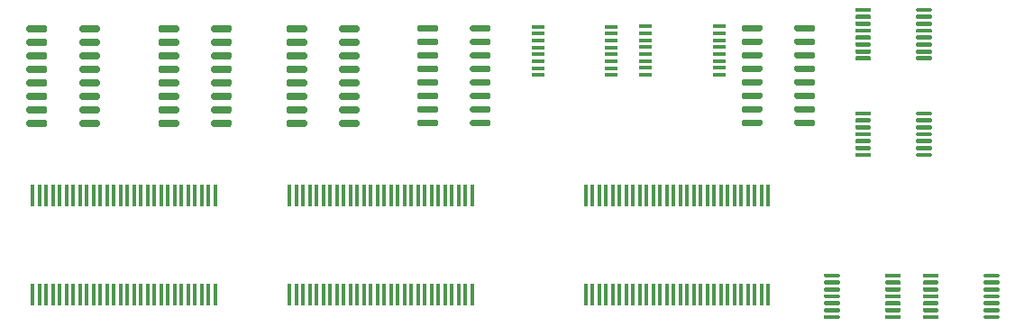
<source format=gtp>
G04 #@! TF.GenerationSoftware,KiCad,Pcbnew,(5.1.12-1-10_14)*
G04 #@! TF.CreationDate,2023-11-15T20:51:55-07:00*
G04 #@! TF.ProjectId,GenMemBlock,47656e4d-656d-4426-9c6f-636b2e6b6963,rev?*
G04 #@! TF.SameCoordinates,Original*
G04 #@! TF.FileFunction,Paste,Top*
G04 #@! TF.FilePolarity,Positive*
%FSLAX46Y46*%
G04 Gerber Fmt 4.6, Leading zero omitted, Abs format (unit mm)*
G04 Created by KiCad (PCBNEW (5.1.12-1-10_14)) date 2023-11-15 20:51:55*
%MOMM*%
%LPD*%
G01*
G04 APERTURE LIST*
%ADD10R,1.200000X0.400000*%
%ADD11R,0.406400X2.044700*%
G04 APERTURE END LIST*
G36*
G01*
X117822000Y-81899000D02*
X117822000Y-81699000D01*
G75*
G02*
X117922000Y-81599000I100000J0D01*
G01*
X119197000Y-81599000D01*
G75*
G02*
X119297000Y-81699000I0J-100000D01*
G01*
X119297000Y-81899000D01*
G75*
G02*
X119197000Y-81999000I-100000J0D01*
G01*
X117922000Y-81999000D01*
G75*
G02*
X117822000Y-81899000I0J100000D01*
G01*
G37*
G36*
G01*
X117822000Y-82549000D02*
X117822000Y-82349000D01*
G75*
G02*
X117922000Y-82249000I100000J0D01*
G01*
X119197000Y-82249000D01*
G75*
G02*
X119297000Y-82349000I0J-100000D01*
G01*
X119297000Y-82549000D01*
G75*
G02*
X119197000Y-82649000I-100000J0D01*
G01*
X117922000Y-82649000D01*
G75*
G02*
X117822000Y-82549000I0J100000D01*
G01*
G37*
G36*
G01*
X117822000Y-83199000D02*
X117822000Y-82999000D01*
G75*
G02*
X117922000Y-82899000I100000J0D01*
G01*
X119197000Y-82899000D01*
G75*
G02*
X119297000Y-82999000I0J-100000D01*
G01*
X119297000Y-83199000D01*
G75*
G02*
X119197000Y-83299000I-100000J0D01*
G01*
X117922000Y-83299000D01*
G75*
G02*
X117822000Y-83199000I0J100000D01*
G01*
G37*
G36*
G01*
X117822000Y-83849000D02*
X117822000Y-83649000D01*
G75*
G02*
X117922000Y-83549000I100000J0D01*
G01*
X119197000Y-83549000D01*
G75*
G02*
X119297000Y-83649000I0J-100000D01*
G01*
X119297000Y-83849000D01*
G75*
G02*
X119197000Y-83949000I-100000J0D01*
G01*
X117922000Y-83949000D01*
G75*
G02*
X117822000Y-83849000I0J100000D01*
G01*
G37*
G36*
G01*
X117822000Y-84499000D02*
X117822000Y-84299000D01*
G75*
G02*
X117922000Y-84199000I100000J0D01*
G01*
X119197000Y-84199000D01*
G75*
G02*
X119297000Y-84299000I0J-100000D01*
G01*
X119297000Y-84499000D01*
G75*
G02*
X119197000Y-84599000I-100000J0D01*
G01*
X117922000Y-84599000D01*
G75*
G02*
X117822000Y-84499000I0J100000D01*
G01*
G37*
G36*
G01*
X117822000Y-85149000D02*
X117822000Y-84949000D01*
G75*
G02*
X117922000Y-84849000I100000J0D01*
G01*
X119197000Y-84849000D01*
G75*
G02*
X119297000Y-84949000I0J-100000D01*
G01*
X119297000Y-85149000D01*
G75*
G02*
X119197000Y-85249000I-100000J0D01*
G01*
X117922000Y-85249000D01*
G75*
G02*
X117822000Y-85149000I0J100000D01*
G01*
G37*
G36*
G01*
X117822000Y-85799000D02*
X117822000Y-85599000D01*
G75*
G02*
X117922000Y-85499000I100000J0D01*
G01*
X119197000Y-85499000D01*
G75*
G02*
X119297000Y-85599000I0J-100000D01*
G01*
X119297000Y-85799000D01*
G75*
G02*
X119197000Y-85899000I-100000J0D01*
G01*
X117922000Y-85899000D01*
G75*
G02*
X117822000Y-85799000I0J100000D01*
G01*
G37*
G36*
G01*
X117822000Y-86449000D02*
X117822000Y-86249000D01*
G75*
G02*
X117922000Y-86149000I100000J0D01*
G01*
X119197000Y-86149000D01*
G75*
G02*
X119297000Y-86249000I0J-100000D01*
G01*
X119297000Y-86449000D01*
G75*
G02*
X119197000Y-86549000I-100000J0D01*
G01*
X117922000Y-86549000D01*
G75*
G02*
X117822000Y-86449000I0J100000D01*
G01*
G37*
G36*
G01*
X112097000Y-86449000D02*
X112097000Y-86249000D01*
G75*
G02*
X112197000Y-86149000I100000J0D01*
G01*
X113472000Y-86149000D01*
G75*
G02*
X113572000Y-86249000I0J-100000D01*
G01*
X113572000Y-86449000D01*
G75*
G02*
X113472000Y-86549000I-100000J0D01*
G01*
X112197000Y-86549000D01*
G75*
G02*
X112097000Y-86449000I0J100000D01*
G01*
G37*
G36*
G01*
X112097000Y-85799000D02*
X112097000Y-85599000D01*
G75*
G02*
X112197000Y-85499000I100000J0D01*
G01*
X113472000Y-85499000D01*
G75*
G02*
X113572000Y-85599000I0J-100000D01*
G01*
X113572000Y-85799000D01*
G75*
G02*
X113472000Y-85899000I-100000J0D01*
G01*
X112197000Y-85899000D01*
G75*
G02*
X112097000Y-85799000I0J100000D01*
G01*
G37*
G36*
G01*
X112097000Y-85149000D02*
X112097000Y-84949000D01*
G75*
G02*
X112197000Y-84849000I100000J0D01*
G01*
X113472000Y-84849000D01*
G75*
G02*
X113572000Y-84949000I0J-100000D01*
G01*
X113572000Y-85149000D01*
G75*
G02*
X113472000Y-85249000I-100000J0D01*
G01*
X112197000Y-85249000D01*
G75*
G02*
X112097000Y-85149000I0J100000D01*
G01*
G37*
G36*
G01*
X112097000Y-84499000D02*
X112097000Y-84299000D01*
G75*
G02*
X112197000Y-84199000I100000J0D01*
G01*
X113472000Y-84199000D01*
G75*
G02*
X113572000Y-84299000I0J-100000D01*
G01*
X113572000Y-84499000D01*
G75*
G02*
X113472000Y-84599000I-100000J0D01*
G01*
X112197000Y-84599000D01*
G75*
G02*
X112097000Y-84499000I0J100000D01*
G01*
G37*
G36*
G01*
X112097000Y-83849000D02*
X112097000Y-83649000D01*
G75*
G02*
X112197000Y-83549000I100000J0D01*
G01*
X113472000Y-83549000D01*
G75*
G02*
X113572000Y-83649000I0J-100000D01*
G01*
X113572000Y-83849000D01*
G75*
G02*
X113472000Y-83949000I-100000J0D01*
G01*
X112197000Y-83949000D01*
G75*
G02*
X112097000Y-83849000I0J100000D01*
G01*
G37*
G36*
G01*
X112097000Y-83199000D02*
X112097000Y-82999000D01*
G75*
G02*
X112197000Y-82899000I100000J0D01*
G01*
X113472000Y-82899000D01*
G75*
G02*
X113572000Y-82999000I0J-100000D01*
G01*
X113572000Y-83199000D01*
G75*
G02*
X113472000Y-83299000I-100000J0D01*
G01*
X112197000Y-83299000D01*
G75*
G02*
X112097000Y-83199000I0J100000D01*
G01*
G37*
G36*
G01*
X112097000Y-82549000D02*
X112097000Y-82349000D01*
G75*
G02*
X112197000Y-82249000I100000J0D01*
G01*
X113472000Y-82249000D01*
G75*
G02*
X113572000Y-82349000I0J-100000D01*
G01*
X113572000Y-82549000D01*
G75*
G02*
X113472000Y-82649000I-100000J0D01*
G01*
X112197000Y-82649000D01*
G75*
G02*
X112097000Y-82549000I0J100000D01*
G01*
G37*
G36*
G01*
X112097000Y-81899000D02*
X112097000Y-81699000D01*
G75*
G02*
X112197000Y-81599000I100000J0D01*
G01*
X113472000Y-81599000D01*
G75*
G02*
X113572000Y-81699000I0J-100000D01*
G01*
X113572000Y-81899000D01*
G75*
G02*
X113472000Y-81999000I-100000J0D01*
G01*
X112197000Y-81999000D01*
G75*
G02*
X112097000Y-81899000I0J100000D01*
G01*
G37*
G36*
G01*
X117822000Y-91622000D02*
X117822000Y-91422000D01*
G75*
G02*
X117922000Y-91322000I100000J0D01*
G01*
X119197000Y-91322000D01*
G75*
G02*
X119297000Y-91422000I0J-100000D01*
G01*
X119297000Y-91622000D01*
G75*
G02*
X119197000Y-91722000I-100000J0D01*
G01*
X117922000Y-91722000D01*
G75*
G02*
X117822000Y-91622000I0J100000D01*
G01*
G37*
G36*
G01*
X117822000Y-92272000D02*
X117822000Y-92072000D01*
G75*
G02*
X117922000Y-91972000I100000J0D01*
G01*
X119197000Y-91972000D01*
G75*
G02*
X119297000Y-92072000I0J-100000D01*
G01*
X119297000Y-92272000D01*
G75*
G02*
X119197000Y-92372000I-100000J0D01*
G01*
X117922000Y-92372000D01*
G75*
G02*
X117822000Y-92272000I0J100000D01*
G01*
G37*
G36*
G01*
X117822000Y-92922000D02*
X117822000Y-92722000D01*
G75*
G02*
X117922000Y-92622000I100000J0D01*
G01*
X119197000Y-92622000D01*
G75*
G02*
X119297000Y-92722000I0J-100000D01*
G01*
X119297000Y-92922000D01*
G75*
G02*
X119197000Y-93022000I-100000J0D01*
G01*
X117922000Y-93022000D01*
G75*
G02*
X117822000Y-92922000I0J100000D01*
G01*
G37*
G36*
G01*
X117822000Y-93572000D02*
X117822000Y-93372000D01*
G75*
G02*
X117922000Y-93272000I100000J0D01*
G01*
X119197000Y-93272000D01*
G75*
G02*
X119297000Y-93372000I0J-100000D01*
G01*
X119297000Y-93572000D01*
G75*
G02*
X119197000Y-93672000I-100000J0D01*
G01*
X117922000Y-93672000D01*
G75*
G02*
X117822000Y-93572000I0J100000D01*
G01*
G37*
G36*
G01*
X117822000Y-94222000D02*
X117822000Y-94022000D01*
G75*
G02*
X117922000Y-93922000I100000J0D01*
G01*
X119197000Y-93922000D01*
G75*
G02*
X119297000Y-94022000I0J-100000D01*
G01*
X119297000Y-94222000D01*
G75*
G02*
X119197000Y-94322000I-100000J0D01*
G01*
X117922000Y-94322000D01*
G75*
G02*
X117822000Y-94222000I0J100000D01*
G01*
G37*
G36*
G01*
X117822000Y-94872000D02*
X117822000Y-94672000D01*
G75*
G02*
X117922000Y-94572000I100000J0D01*
G01*
X119197000Y-94572000D01*
G75*
G02*
X119297000Y-94672000I0J-100000D01*
G01*
X119297000Y-94872000D01*
G75*
G02*
X119197000Y-94972000I-100000J0D01*
G01*
X117922000Y-94972000D01*
G75*
G02*
X117822000Y-94872000I0J100000D01*
G01*
G37*
G36*
G01*
X117822000Y-95522000D02*
X117822000Y-95322000D01*
G75*
G02*
X117922000Y-95222000I100000J0D01*
G01*
X119197000Y-95222000D01*
G75*
G02*
X119297000Y-95322000I0J-100000D01*
G01*
X119297000Y-95522000D01*
G75*
G02*
X119197000Y-95622000I-100000J0D01*
G01*
X117922000Y-95622000D01*
G75*
G02*
X117822000Y-95522000I0J100000D01*
G01*
G37*
G36*
G01*
X112097000Y-95522000D02*
X112097000Y-95322000D01*
G75*
G02*
X112197000Y-95222000I100000J0D01*
G01*
X113472000Y-95222000D01*
G75*
G02*
X113572000Y-95322000I0J-100000D01*
G01*
X113572000Y-95522000D01*
G75*
G02*
X113472000Y-95622000I-100000J0D01*
G01*
X112197000Y-95622000D01*
G75*
G02*
X112097000Y-95522000I0J100000D01*
G01*
G37*
G36*
G01*
X112097000Y-94872000D02*
X112097000Y-94672000D01*
G75*
G02*
X112197000Y-94572000I100000J0D01*
G01*
X113472000Y-94572000D01*
G75*
G02*
X113572000Y-94672000I0J-100000D01*
G01*
X113572000Y-94872000D01*
G75*
G02*
X113472000Y-94972000I-100000J0D01*
G01*
X112197000Y-94972000D01*
G75*
G02*
X112097000Y-94872000I0J100000D01*
G01*
G37*
G36*
G01*
X112097000Y-94222000D02*
X112097000Y-94022000D01*
G75*
G02*
X112197000Y-93922000I100000J0D01*
G01*
X113472000Y-93922000D01*
G75*
G02*
X113572000Y-94022000I0J-100000D01*
G01*
X113572000Y-94222000D01*
G75*
G02*
X113472000Y-94322000I-100000J0D01*
G01*
X112197000Y-94322000D01*
G75*
G02*
X112097000Y-94222000I0J100000D01*
G01*
G37*
G36*
G01*
X112097000Y-93572000D02*
X112097000Y-93372000D01*
G75*
G02*
X112197000Y-93272000I100000J0D01*
G01*
X113472000Y-93272000D01*
G75*
G02*
X113572000Y-93372000I0J-100000D01*
G01*
X113572000Y-93572000D01*
G75*
G02*
X113472000Y-93672000I-100000J0D01*
G01*
X112197000Y-93672000D01*
G75*
G02*
X112097000Y-93572000I0J100000D01*
G01*
G37*
G36*
G01*
X112097000Y-92922000D02*
X112097000Y-92722000D01*
G75*
G02*
X112197000Y-92622000I100000J0D01*
G01*
X113472000Y-92622000D01*
G75*
G02*
X113572000Y-92722000I0J-100000D01*
G01*
X113572000Y-92922000D01*
G75*
G02*
X113472000Y-93022000I-100000J0D01*
G01*
X112197000Y-93022000D01*
G75*
G02*
X112097000Y-92922000I0J100000D01*
G01*
G37*
G36*
G01*
X112097000Y-92272000D02*
X112097000Y-92072000D01*
G75*
G02*
X112197000Y-91972000I100000J0D01*
G01*
X113472000Y-91972000D01*
G75*
G02*
X113572000Y-92072000I0J-100000D01*
G01*
X113572000Y-92272000D01*
G75*
G02*
X113472000Y-92372000I-100000J0D01*
G01*
X112197000Y-92372000D01*
G75*
G02*
X112097000Y-92272000I0J100000D01*
G01*
G37*
G36*
G01*
X112097000Y-91622000D02*
X112097000Y-91422000D01*
G75*
G02*
X112197000Y-91322000I100000J0D01*
G01*
X113472000Y-91322000D01*
G75*
G02*
X113572000Y-91422000I0J-100000D01*
G01*
X113572000Y-91622000D01*
G75*
G02*
X113472000Y-91722000I-100000J0D01*
G01*
X112197000Y-91722000D01*
G75*
G02*
X112097000Y-91622000I0J100000D01*
G01*
G37*
G36*
G01*
X124172000Y-106862000D02*
X124172000Y-106662000D01*
G75*
G02*
X124272000Y-106562000I100000J0D01*
G01*
X125547000Y-106562000D01*
G75*
G02*
X125647000Y-106662000I0J-100000D01*
G01*
X125647000Y-106862000D01*
G75*
G02*
X125547000Y-106962000I-100000J0D01*
G01*
X124272000Y-106962000D01*
G75*
G02*
X124172000Y-106862000I0J100000D01*
G01*
G37*
G36*
G01*
X124172000Y-107512000D02*
X124172000Y-107312000D01*
G75*
G02*
X124272000Y-107212000I100000J0D01*
G01*
X125547000Y-107212000D01*
G75*
G02*
X125647000Y-107312000I0J-100000D01*
G01*
X125647000Y-107512000D01*
G75*
G02*
X125547000Y-107612000I-100000J0D01*
G01*
X124272000Y-107612000D01*
G75*
G02*
X124172000Y-107512000I0J100000D01*
G01*
G37*
G36*
G01*
X124172000Y-108162000D02*
X124172000Y-107962000D01*
G75*
G02*
X124272000Y-107862000I100000J0D01*
G01*
X125547000Y-107862000D01*
G75*
G02*
X125647000Y-107962000I0J-100000D01*
G01*
X125647000Y-108162000D01*
G75*
G02*
X125547000Y-108262000I-100000J0D01*
G01*
X124272000Y-108262000D01*
G75*
G02*
X124172000Y-108162000I0J100000D01*
G01*
G37*
G36*
G01*
X124172000Y-108812000D02*
X124172000Y-108612000D01*
G75*
G02*
X124272000Y-108512000I100000J0D01*
G01*
X125547000Y-108512000D01*
G75*
G02*
X125647000Y-108612000I0J-100000D01*
G01*
X125647000Y-108812000D01*
G75*
G02*
X125547000Y-108912000I-100000J0D01*
G01*
X124272000Y-108912000D01*
G75*
G02*
X124172000Y-108812000I0J100000D01*
G01*
G37*
G36*
G01*
X124172000Y-109462000D02*
X124172000Y-109262000D01*
G75*
G02*
X124272000Y-109162000I100000J0D01*
G01*
X125547000Y-109162000D01*
G75*
G02*
X125647000Y-109262000I0J-100000D01*
G01*
X125647000Y-109462000D01*
G75*
G02*
X125547000Y-109562000I-100000J0D01*
G01*
X124272000Y-109562000D01*
G75*
G02*
X124172000Y-109462000I0J100000D01*
G01*
G37*
G36*
G01*
X124172000Y-110112000D02*
X124172000Y-109912000D01*
G75*
G02*
X124272000Y-109812000I100000J0D01*
G01*
X125547000Y-109812000D01*
G75*
G02*
X125647000Y-109912000I0J-100000D01*
G01*
X125647000Y-110112000D01*
G75*
G02*
X125547000Y-110212000I-100000J0D01*
G01*
X124272000Y-110212000D01*
G75*
G02*
X124172000Y-110112000I0J100000D01*
G01*
G37*
G36*
G01*
X124172000Y-110762000D02*
X124172000Y-110562000D01*
G75*
G02*
X124272000Y-110462000I100000J0D01*
G01*
X125547000Y-110462000D01*
G75*
G02*
X125647000Y-110562000I0J-100000D01*
G01*
X125647000Y-110762000D01*
G75*
G02*
X125547000Y-110862000I-100000J0D01*
G01*
X124272000Y-110862000D01*
G75*
G02*
X124172000Y-110762000I0J100000D01*
G01*
G37*
G36*
G01*
X118447000Y-110762000D02*
X118447000Y-110562000D01*
G75*
G02*
X118547000Y-110462000I100000J0D01*
G01*
X119822000Y-110462000D01*
G75*
G02*
X119922000Y-110562000I0J-100000D01*
G01*
X119922000Y-110762000D01*
G75*
G02*
X119822000Y-110862000I-100000J0D01*
G01*
X118547000Y-110862000D01*
G75*
G02*
X118447000Y-110762000I0J100000D01*
G01*
G37*
G36*
G01*
X118447000Y-110112000D02*
X118447000Y-109912000D01*
G75*
G02*
X118547000Y-109812000I100000J0D01*
G01*
X119822000Y-109812000D01*
G75*
G02*
X119922000Y-109912000I0J-100000D01*
G01*
X119922000Y-110112000D01*
G75*
G02*
X119822000Y-110212000I-100000J0D01*
G01*
X118547000Y-110212000D01*
G75*
G02*
X118447000Y-110112000I0J100000D01*
G01*
G37*
G36*
G01*
X118447000Y-109462000D02*
X118447000Y-109262000D01*
G75*
G02*
X118547000Y-109162000I100000J0D01*
G01*
X119822000Y-109162000D01*
G75*
G02*
X119922000Y-109262000I0J-100000D01*
G01*
X119922000Y-109462000D01*
G75*
G02*
X119822000Y-109562000I-100000J0D01*
G01*
X118547000Y-109562000D01*
G75*
G02*
X118447000Y-109462000I0J100000D01*
G01*
G37*
G36*
G01*
X118447000Y-108812000D02*
X118447000Y-108612000D01*
G75*
G02*
X118547000Y-108512000I100000J0D01*
G01*
X119822000Y-108512000D01*
G75*
G02*
X119922000Y-108612000I0J-100000D01*
G01*
X119922000Y-108812000D01*
G75*
G02*
X119822000Y-108912000I-100000J0D01*
G01*
X118547000Y-108912000D01*
G75*
G02*
X118447000Y-108812000I0J100000D01*
G01*
G37*
G36*
G01*
X118447000Y-108162000D02*
X118447000Y-107962000D01*
G75*
G02*
X118547000Y-107862000I100000J0D01*
G01*
X119822000Y-107862000D01*
G75*
G02*
X119922000Y-107962000I0J-100000D01*
G01*
X119922000Y-108162000D01*
G75*
G02*
X119822000Y-108262000I-100000J0D01*
G01*
X118547000Y-108262000D01*
G75*
G02*
X118447000Y-108162000I0J100000D01*
G01*
G37*
G36*
G01*
X118447000Y-107512000D02*
X118447000Y-107312000D01*
G75*
G02*
X118547000Y-107212000I100000J0D01*
G01*
X119822000Y-107212000D01*
G75*
G02*
X119922000Y-107312000I0J-100000D01*
G01*
X119922000Y-107512000D01*
G75*
G02*
X119822000Y-107612000I-100000J0D01*
G01*
X118547000Y-107612000D01*
G75*
G02*
X118447000Y-107512000I0J100000D01*
G01*
G37*
G36*
G01*
X118447000Y-106862000D02*
X118447000Y-106662000D01*
G75*
G02*
X118547000Y-106562000I100000J0D01*
G01*
X119822000Y-106562000D01*
G75*
G02*
X119922000Y-106662000I0J-100000D01*
G01*
X119922000Y-106862000D01*
G75*
G02*
X119822000Y-106962000I-100000J0D01*
G01*
X118547000Y-106962000D01*
G75*
G02*
X118447000Y-106862000I0J100000D01*
G01*
G37*
G36*
G01*
X114901000Y-106862000D02*
X114901000Y-106662000D01*
G75*
G02*
X115001000Y-106562000I100000J0D01*
G01*
X116276000Y-106562000D01*
G75*
G02*
X116376000Y-106662000I0J-100000D01*
G01*
X116376000Y-106862000D01*
G75*
G02*
X116276000Y-106962000I-100000J0D01*
G01*
X115001000Y-106962000D01*
G75*
G02*
X114901000Y-106862000I0J100000D01*
G01*
G37*
G36*
G01*
X114901000Y-107512000D02*
X114901000Y-107312000D01*
G75*
G02*
X115001000Y-107212000I100000J0D01*
G01*
X116276000Y-107212000D01*
G75*
G02*
X116376000Y-107312000I0J-100000D01*
G01*
X116376000Y-107512000D01*
G75*
G02*
X116276000Y-107612000I-100000J0D01*
G01*
X115001000Y-107612000D01*
G75*
G02*
X114901000Y-107512000I0J100000D01*
G01*
G37*
G36*
G01*
X114901000Y-108162000D02*
X114901000Y-107962000D01*
G75*
G02*
X115001000Y-107862000I100000J0D01*
G01*
X116276000Y-107862000D01*
G75*
G02*
X116376000Y-107962000I0J-100000D01*
G01*
X116376000Y-108162000D01*
G75*
G02*
X116276000Y-108262000I-100000J0D01*
G01*
X115001000Y-108262000D01*
G75*
G02*
X114901000Y-108162000I0J100000D01*
G01*
G37*
G36*
G01*
X114901000Y-108812000D02*
X114901000Y-108612000D01*
G75*
G02*
X115001000Y-108512000I100000J0D01*
G01*
X116276000Y-108512000D01*
G75*
G02*
X116376000Y-108612000I0J-100000D01*
G01*
X116376000Y-108812000D01*
G75*
G02*
X116276000Y-108912000I-100000J0D01*
G01*
X115001000Y-108912000D01*
G75*
G02*
X114901000Y-108812000I0J100000D01*
G01*
G37*
G36*
G01*
X114901000Y-109462000D02*
X114901000Y-109262000D01*
G75*
G02*
X115001000Y-109162000I100000J0D01*
G01*
X116276000Y-109162000D01*
G75*
G02*
X116376000Y-109262000I0J-100000D01*
G01*
X116376000Y-109462000D01*
G75*
G02*
X116276000Y-109562000I-100000J0D01*
G01*
X115001000Y-109562000D01*
G75*
G02*
X114901000Y-109462000I0J100000D01*
G01*
G37*
G36*
G01*
X114901000Y-110112000D02*
X114901000Y-109912000D01*
G75*
G02*
X115001000Y-109812000I100000J0D01*
G01*
X116276000Y-109812000D01*
G75*
G02*
X116376000Y-109912000I0J-100000D01*
G01*
X116376000Y-110112000D01*
G75*
G02*
X116276000Y-110212000I-100000J0D01*
G01*
X115001000Y-110212000D01*
G75*
G02*
X114901000Y-110112000I0J100000D01*
G01*
G37*
G36*
G01*
X114901000Y-110762000D02*
X114901000Y-110562000D01*
G75*
G02*
X115001000Y-110462000I100000J0D01*
G01*
X116276000Y-110462000D01*
G75*
G02*
X116376000Y-110562000I0J-100000D01*
G01*
X116376000Y-110762000D01*
G75*
G02*
X116276000Y-110862000I-100000J0D01*
G01*
X115001000Y-110862000D01*
G75*
G02*
X114901000Y-110762000I0J100000D01*
G01*
G37*
G36*
G01*
X109176000Y-110762000D02*
X109176000Y-110562000D01*
G75*
G02*
X109276000Y-110462000I100000J0D01*
G01*
X110551000Y-110462000D01*
G75*
G02*
X110651000Y-110562000I0J-100000D01*
G01*
X110651000Y-110762000D01*
G75*
G02*
X110551000Y-110862000I-100000J0D01*
G01*
X109276000Y-110862000D01*
G75*
G02*
X109176000Y-110762000I0J100000D01*
G01*
G37*
G36*
G01*
X109176000Y-110112000D02*
X109176000Y-109912000D01*
G75*
G02*
X109276000Y-109812000I100000J0D01*
G01*
X110551000Y-109812000D01*
G75*
G02*
X110651000Y-109912000I0J-100000D01*
G01*
X110651000Y-110112000D01*
G75*
G02*
X110551000Y-110212000I-100000J0D01*
G01*
X109276000Y-110212000D01*
G75*
G02*
X109176000Y-110112000I0J100000D01*
G01*
G37*
G36*
G01*
X109176000Y-109462000D02*
X109176000Y-109262000D01*
G75*
G02*
X109276000Y-109162000I100000J0D01*
G01*
X110551000Y-109162000D01*
G75*
G02*
X110651000Y-109262000I0J-100000D01*
G01*
X110651000Y-109462000D01*
G75*
G02*
X110551000Y-109562000I-100000J0D01*
G01*
X109276000Y-109562000D01*
G75*
G02*
X109176000Y-109462000I0J100000D01*
G01*
G37*
G36*
G01*
X109176000Y-108812000D02*
X109176000Y-108612000D01*
G75*
G02*
X109276000Y-108512000I100000J0D01*
G01*
X110551000Y-108512000D01*
G75*
G02*
X110651000Y-108612000I0J-100000D01*
G01*
X110651000Y-108812000D01*
G75*
G02*
X110551000Y-108912000I-100000J0D01*
G01*
X109276000Y-108912000D01*
G75*
G02*
X109176000Y-108812000I0J100000D01*
G01*
G37*
G36*
G01*
X109176000Y-108162000D02*
X109176000Y-107962000D01*
G75*
G02*
X109276000Y-107862000I100000J0D01*
G01*
X110551000Y-107862000D01*
G75*
G02*
X110651000Y-107962000I0J-100000D01*
G01*
X110651000Y-108162000D01*
G75*
G02*
X110551000Y-108262000I-100000J0D01*
G01*
X109276000Y-108262000D01*
G75*
G02*
X109176000Y-108162000I0J100000D01*
G01*
G37*
G36*
G01*
X109176000Y-107512000D02*
X109176000Y-107312000D01*
G75*
G02*
X109276000Y-107212000I100000J0D01*
G01*
X110551000Y-107212000D01*
G75*
G02*
X110651000Y-107312000I0J-100000D01*
G01*
X110651000Y-107512000D01*
G75*
G02*
X110551000Y-107612000I-100000J0D01*
G01*
X109276000Y-107612000D01*
G75*
G02*
X109176000Y-107512000I0J100000D01*
G01*
G37*
G36*
G01*
X109176000Y-106862000D02*
X109176000Y-106662000D01*
G75*
G02*
X109276000Y-106562000I100000J0D01*
G01*
X110551000Y-106562000D01*
G75*
G02*
X110651000Y-106662000I0J-100000D01*
G01*
X110651000Y-106862000D01*
G75*
G02*
X110551000Y-106962000I-100000J0D01*
G01*
X109276000Y-106962000D01*
G75*
G02*
X109176000Y-106862000I0J100000D01*
G01*
G37*
D10*
X99309600Y-83335200D03*
X99309600Y-83985200D03*
X99309600Y-84635200D03*
X99309600Y-85285200D03*
X99309600Y-85935200D03*
X99309600Y-86585200D03*
X99309600Y-87235200D03*
X99309600Y-87885200D03*
X92409600Y-87885200D03*
X92409600Y-87235200D03*
X92409600Y-86585200D03*
X92409600Y-85935200D03*
X92409600Y-85285200D03*
X92409600Y-84635200D03*
X92409600Y-83985200D03*
X92409600Y-83335200D03*
X89200400Y-83373800D03*
X89200400Y-84023800D03*
X89200400Y-84673800D03*
X89200400Y-85323800D03*
X89200400Y-85973800D03*
X89200400Y-86623800D03*
X89200400Y-87273800D03*
X89200400Y-87923800D03*
X82300400Y-87923800D03*
X82300400Y-87273800D03*
X82300400Y-86623800D03*
X82300400Y-85973800D03*
X82300400Y-85323800D03*
X82300400Y-84673800D03*
X82300400Y-84023800D03*
X82300400Y-83373800D03*
D11*
X103944500Y-99218750D03*
X103309500Y-99218750D03*
X102674500Y-99218750D03*
X102039500Y-99218750D03*
X101404500Y-99218750D03*
X100769500Y-99218750D03*
X100134500Y-99218750D03*
X99499500Y-99218750D03*
X98864500Y-99218750D03*
X98229500Y-99218750D03*
X97594500Y-99218750D03*
X96959500Y-99218750D03*
X96324500Y-99218750D03*
X95689500Y-99218750D03*
X95054500Y-99218750D03*
X94419500Y-99218750D03*
X93784500Y-99218750D03*
X93149500Y-99218750D03*
X92514500Y-99218750D03*
X91879500Y-99218750D03*
X91244500Y-99218750D03*
X90609500Y-99218750D03*
X89974500Y-99218750D03*
X89339500Y-99218750D03*
X88704500Y-99218750D03*
X88069500Y-99218750D03*
X87434500Y-99218750D03*
X86799500Y-99218750D03*
X86799500Y-108553250D03*
X87434500Y-108553250D03*
X88069500Y-108553250D03*
X88704500Y-108553250D03*
X89339500Y-108553250D03*
X89974500Y-108553250D03*
X90609500Y-108553250D03*
X91244500Y-108553250D03*
X91879500Y-108553250D03*
X92514500Y-108553250D03*
X93149500Y-108553250D03*
X93784500Y-108553250D03*
X94419500Y-108553250D03*
X95054500Y-108553250D03*
X95689500Y-108553250D03*
X96324500Y-108553250D03*
X96959500Y-108553250D03*
X97594500Y-108553250D03*
X98229500Y-108553250D03*
X98864500Y-108553250D03*
X99499500Y-108553250D03*
X100134500Y-108553250D03*
X100769500Y-108553250D03*
X101404500Y-108553250D03*
X102039500Y-108553250D03*
X102674500Y-108553250D03*
X103309500Y-108553250D03*
X103944500Y-108553250D03*
X52006500Y-108553250D03*
X51371500Y-108553250D03*
X50736500Y-108553250D03*
X50101500Y-108553250D03*
X49466500Y-108553250D03*
X48831500Y-108553250D03*
X48196500Y-108553250D03*
X47561500Y-108553250D03*
X46926500Y-108553250D03*
X46291500Y-108553250D03*
X45656500Y-108553250D03*
X45021500Y-108553250D03*
X44386500Y-108553250D03*
X43751500Y-108553250D03*
X43116500Y-108553250D03*
X42481500Y-108553250D03*
X41846500Y-108553250D03*
X41211500Y-108553250D03*
X40576500Y-108553250D03*
X39941500Y-108553250D03*
X39306500Y-108553250D03*
X38671500Y-108553250D03*
X38036500Y-108553250D03*
X37401500Y-108553250D03*
X36766500Y-108553250D03*
X36131500Y-108553250D03*
X35496500Y-108553250D03*
X34861500Y-108553250D03*
X34861500Y-99218750D03*
X35496500Y-99218750D03*
X36131500Y-99218750D03*
X36766500Y-99218750D03*
X37401500Y-99218750D03*
X38036500Y-99218750D03*
X38671500Y-99218750D03*
X39306500Y-99218750D03*
X39941500Y-99218750D03*
X40576500Y-99218750D03*
X41211500Y-99218750D03*
X41846500Y-99218750D03*
X42481500Y-99218750D03*
X43116500Y-99218750D03*
X43751500Y-99218750D03*
X44386500Y-99218750D03*
X45021500Y-99218750D03*
X45656500Y-99218750D03*
X46291500Y-99218750D03*
X46926500Y-99218750D03*
X47561500Y-99218750D03*
X48196500Y-99218750D03*
X48831500Y-99218750D03*
X49466500Y-99218750D03*
X50101500Y-99218750D03*
X50736500Y-99218750D03*
X51371500Y-99218750D03*
X52006500Y-99218750D03*
X76139900Y-99218750D03*
X75504900Y-99218750D03*
X74869900Y-99218750D03*
X74234900Y-99218750D03*
X73599900Y-99218750D03*
X72964900Y-99218750D03*
X72329900Y-99218750D03*
X71694900Y-99218750D03*
X71059900Y-99218750D03*
X70424900Y-99218750D03*
X69789900Y-99218750D03*
X69154900Y-99218750D03*
X68519900Y-99218750D03*
X67884900Y-99218750D03*
X67249900Y-99218750D03*
X66614900Y-99218750D03*
X65979900Y-99218750D03*
X65344900Y-99218750D03*
X64709900Y-99218750D03*
X64074900Y-99218750D03*
X63439900Y-99218750D03*
X62804900Y-99218750D03*
X62169900Y-99218750D03*
X61534900Y-99218750D03*
X60899900Y-99218750D03*
X60264900Y-99218750D03*
X59629900Y-99218750D03*
X58994900Y-99218750D03*
X58994900Y-108553250D03*
X59629900Y-108553250D03*
X60264900Y-108553250D03*
X60899900Y-108553250D03*
X61534900Y-108553250D03*
X62169900Y-108553250D03*
X62804900Y-108553250D03*
X63439900Y-108553250D03*
X64074900Y-108553250D03*
X64709900Y-108553250D03*
X65344900Y-108553250D03*
X65979900Y-108553250D03*
X66614900Y-108553250D03*
X67249900Y-108553250D03*
X67884900Y-108553250D03*
X68519900Y-108553250D03*
X69154900Y-108553250D03*
X69789900Y-108553250D03*
X70424900Y-108553250D03*
X71059900Y-108553250D03*
X71694900Y-108553250D03*
X72329900Y-108553250D03*
X72964900Y-108553250D03*
X73599900Y-108553250D03*
X74234900Y-108553250D03*
X74869900Y-108553250D03*
X75504900Y-108553250D03*
X76139900Y-108553250D03*
G36*
G01*
X39219000Y-83716000D02*
X39219000Y-83416000D01*
G75*
G02*
X39369000Y-83266000I150000J0D01*
G01*
X41019000Y-83266000D01*
G75*
G02*
X41169000Y-83416000I0J-150000D01*
G01*
X41169000Y-83716000D01*
G75*
G02*
X41019000Y-83866000I-150000J0D01*
G01*
X39369000Y-83866000D01*
G75*
G02*
X39219000Y-83716000I0J150000D01*
G01*
G37*
G36*
G01*
X39219000Y-84986000D02*
X39219000Y-84686000D01*
G75*
G02*
X39369000Y-84536000I150000J0D01*
G01*
X41019000Y-84536000D01*
G75*
G02*
X41169000Y-84686000I0J-150000D01*
G01*
X41169000Y-84986000D01*
G75*
G02*
X41019000Y-85136000I-150000J0D01*
G01*
X39369000Y-85136000D01*
G75*
G02*
X39219000Y-84986000I0J150000D01*
G01*
G37*
G36*
G01*
X39219000Y-86256000D02*
X39219000Y-85956000D01*
G75*
G02*
X39369000Y-85806000I150000J0D01*
G01*
X41019000Y-85806000D01*
G75*
G02*
X41169000Y-85956000I0J-150000D01*
G01*
X41169000Y-86256000D01*
G75*
G02*
X41019000Y-86406000I-150000J0D01*
G01*
X39369000Y-86406000D01*
G75*
G02*
X39219000Y-86256000I0J150000D01*
G01*
G37*
G36*
G01*
X39219000Y-87526000D02*
X39219000Y-87226000D01*
G75*
G02*
X39369000Y-87076000I150000J0D01*
G01*
X41019000Y-87076000D01*
G75*
G02*
X41169000Y-87226000I0J-150000D01*
G01*
X41169000Y-87526000D01*
G75*
G02*
X41019000Y-87676000I-150000J0D01*
G01*
X39369000Y-87676000D01*
G75*
G02*
X39219000Y-87526000I0J150000D01*
G01*
G37*
G36*
G01*
X39219000Y-88796000D02*
X39219000Y-88496000D01*
G75*
G02*
X39369000Y-88346000I150000J0D01*
G01*
X41019000Y-88346000D01*
G75*
G02*
X41169000Y-88496000I0J-150000D01*
G01*
X41169000Y-88796000D01*
G75*
G02*
X41019000Y-88946000I-150000J0D01*
G01*
X39369000Y-88946000D01*
G75*
G02*
X39219000Y-88796000I0J150000D01*
G01*
G37*
G36*
G01*
X39219000Y-90066000D02*
X39219000Y-89766000D01*
G75*
G02*
X39369000Y-89616000I150000J0D01*
G01*
X41019000Y-89616000D01*
G75*
G02*
X41169000Y-89766000I0J-150000D01*
G01*
X41169000Y-90066000D01*
G75*
G02*
X41019000Y-90216000I-150000J0D01*
G01*
X39369000Y-90216000D01*
G75*
G02*
X39219000Y-90066000I0J150000D01*
G01*
G37*
G36*
G01*
X39219000Y-91336000D02*
X39219000Y-91036000D01*
G75*
G02*
X39369000Y-90886000I150000J0D01*
G01*
X41019000Y-90886000D01*
G75*
G02*
X41169000Y-91036000I0J-150000D01*
G01*
X41169000Y-91336000D01*
G75*
G02*
X41019000Y-91486000I-150000J0D01*
G01*
X39369000Y-91486000D01*
G75*
G02*
X39219000Y-91336000I0J150000D01*
G01*
G37*
G36*
G01*
X39219000Y-92606000D02*
X39219000Y-92306000D01*
G75*
G02*
X39369000Y-92156000I150000J0D01*
G01*
X41019000Y-92156000D01*
G75*
G02*
X41169000Y-92306000I0J-150000D01*
G01*
X41169000Y-92606000D01*
G75*
G02*
X41019000Y-92756000I-150000J0D01*
G01*
X39369000Y-92756000D01*
G75*
G02*
X39219000Y-92606000I0J150000D01*
G01*
G37*
G36*
G01*
X34269000Y-92606000D02*
X34269000Y-92306000D01*
G75*
G02*
X34419000Y-92156000I150000J0D01*
G01*
X36069000Y-92156000D01*
G75*
G02*
X36219000Y-92306000I0J-150000D01*
G01*
X36219000Y-92606000D01*
G75*
G02*
X36069000Y-92756000I-150000J0D01*
G01*
X34419000Y-92756000D01*
G75*
G02*
X34269000Y-92606000I0J150000D01*
G01*
G37*
G36*
G01*
X34269000Y-91336000D02*
X34269000Y-91036000D01*
G75*
G02*
X34419000Y-90886000I150000J0D01*
G01*
X36069000Y-90886000D01*
G75*
G02*
X36219000Y-91036000I0J-150000D01*
G01*
X36219000Y-91336000D01*
G75*
G02*
X36069000Y-91486000I-150000J0D01*
G01*
X34419000Y-91486000D01*
G75*
G02*
X34269000Y-91336000I0J150000D01*
G01*
G37*
G36*
G01*
X34269000Y-90066000D02*
X34269000Y-89766000D01*
G75*
G02*
X34419000Y-89616000I150000J0D01*
G01*
X36069000Y-89616000D01*
G75*
G02*
X36219000Y-89766000I0J-150000D01*
G01*
X36219000Y-90066000D01*
G75*
G02*
X36069000Y-90216000I-150000J0D01*
G01*
X34419000Y-90216000D01*
G75*
G02*
X34269000Y-90066000I0J150000D01*
G01*
G37*
G36*
G01*
X34269000Y-88796000D02*
X34269000Y-88496000D01*
G75*
G02*
X34419000Y-88346000I150000J0D01*
G01*
X36069000Y-88346000D01*
G75*
G02*
X36219000Y-88496000I0J-150000D01*
G01*
X36219000Y-88796000D01*
G75*
G02*
X36069000Y-88946000I-150000J0D01*
G01*
X34419000Y-88946000D01*
G75*
G02*
X34269000Y-88796000I0J150000D01*
G01*
G37*
G36*
G01*
X34269000Y-87526000D02*
X34269000Y-87226000D01*
G75*
G02*
X34419000Y-87076000I150000J0D01*
G01*
X36069000Y-87076000D01*
G75*
G02*
X36219000Y-87226000I0J-150000D01*
G01*
X36219000Y-87526000D01*
G75*
G02*
X36069000Y-87676000I-150000J0D01*
G01*
X34419000Y-87676000D01*
G75*
G02*
X34269000Y-87526000I0J150000D01*
G01*
G37*
G36*
G01*
X34269000Y-86256000D02*
X34269000Y-85956000D01*
G75*
G02*
X34419000Y-85806000I150000J0D01*
G01*
X36069000Y-85806000D01*
G75*
G02*
X36219000Y-85956000I0J-150000D01*
G01*
X36219000Y-86256000D01*
G75*
G02*
X36069000Y-86406000I-150000J0D01*
G01*
X34419000Y-86406000D01*
G75*
G02*
X34269000Y-86256000I0J150000D01*
G01*
G37*
G36*
G01*
X34269000Y-84986000D02*
X34269000Y-84686000D01*
G75*
G02*
X34419000Y-84536000I150000J0D01*
G01*
X36069000Y-84536000D01*
G75*
G02*
X36219000Y-84686000I0J-150000D01*
G01*
X36219000Y-84986000D01*
G75*
G02*
X36069000Y-85136000I-150000J0D01*
G01*
X34419000Y-85136000D01*
G75*
G02*
X34269000Y-84986000I0J150000D01*
G01*
G37*
G36*
G01*
X34269000Y-83716000D02*
X34269000Y-83416000D01*
G75*
G02*
X34419000Y-83266000I150000J0D01*
G01*
X36069000Y-83266000D01*
G75*
G02*
X36219000Y-83416000I0J-150000D01*
G01*
X36219000Y-83716000D01*
G75*
G02*
X36069000Y-83866000I-150000J0D01*
G01*
X34419000Y-83866000D01*
G75*
G02*
X34269000Y-83716000I0J150000D01*
G01*
G37*
G36*
G01*
X63615700Y-83716000D02*
X63615700Y-83416000D01*
G75*
G02*
X63765700Y-83266000I150000J0D01*
G01*
X65415700Y-83266000D01*
G75*
G02*
X65565700Y-83416000I0J-150000D01*
G01*
X65565700Y-83716000D01*
G75*
G02*
X65415700Y-83866000I-150000J0D01*
G01*
X63765700Y-83866000D01*
G75*
G02*
X63615700Y-83716000I0J150000D01*
G01*
G37*
G36*
G01*
X63615700Y-84986000D02*
X63615700Y-84686000D01*
G75*
G02*
X63765700Y-84536000I150000J0D01*
G01*
X65415700Y-84536000D01*
G75*
G02*
X65565700Y-84686000I0J-150000D01*
G01*
X65565700Y-84986000D01*
G75*
G02*
X65415700Y-85136000I-150000J0D01*
G01*
X63765700Y-85136000D01*
G75*
G02*
X63615700Y-84986000I0J150000D01*
G01*
G37*
G36*
G01*
X63615700Y-86256000D02*
X63615700Y-85956000D01*
G75*
G02*
X63765700Y-85806000I150000J0D01*
G01*
X65415700Y-85806000D01*
G75*
G02*
X65565700Y-85956000I0J-150000D01*
G01*
X65565700Y-86256000D01*
G75*
G02*
X65415700Y-86406000I-150000J0D01*
G01*
X63765700Y-86406000D01*
G75*
G02*
X63615700Y-86256000I0J150000D01*
G01*
G37*
G36*
G01*
X63615700Y-87526000D02*
X63615700Y-87226000D01*
G75*
G02*
X63765700Y-87076000I150000J0D01*
G01*
X65415700Y-87076000D01*
G75*
G02*
X65565700Y-87226000I0J-150000D01*
G01*
X65565700Y-87526000D01*
G75*
G02*
X65415700Y-87676000I-150000J0D01*
G01*
X63765700Y-87676000D01*
G75*
G02*
X63615700Y-87526000I0J150000D01*
G01*
G37*
G36*
G01*
X63615700Y-88796000D02*
X63615700Y-88496000D01*
G75*
G02*
X63765700Y-88346000I150000J0D01*
G01*
X65415700Y-88346000D01*
G75*
G02*
X65565700Y-88496000I0J-150000D01*
G01*
X65565700Y-88796000D01*
G75*
G02*
X65415700Y-88946000I-150000J0D01*
G01*
X63765700Y-88946000D01*
G75*
G02*
X63615700Y-88796000I0J150000D01*
G01*
G37*
G36*
G01*
X63615700Y-90066000D02*
X63615700Y-89766000D01*
G75*
G02*
X63765700Y-89616000I150000J0D01*
G01*
X65415700Y-89616000D01*
G75*
G02*
X65565700Y-89766000I0J-150000D01*
G01*
X65565700Y-90066000D01*
G75*
G02*
X65415700Y-90216000I-150000J0D01*
G01*
X63765700Y-90216000D01*
G75*
G02*
X63615700Y-90066000I0J150000D01*
G01*
G37*
G36*
G01*
X63615700Y-91336000D02*
X63615700Y-91036000D01*
G75*
G02*
X63765700Y-90886000I150000J0D01*
G01*
X65415700Y-90886000D01*
G75*
G02*
X65565700Y-91036000I0J-150000D01*
G01*
X65565700Y-91336000D01*
G75*
G02*
X65415700Y-91486000I-150000J0D01*
G01*
X63765700Y-91486000D01*
G75*
G02*
X63615700Y-91336000I0J150000D01*
G01*
G37*
G36*
G01*
X63615700Y-92606000D02*
X63615700Y-92306000D01*
G75*
G02*
X63765700Y-92156000I150000J0D01*
G01*
X65415700Y-92156000D01*
G75*
G02*
X65565700Y-92306000I0J-150000D01*
G01*
X65565700Y-92606000D01*
G75*
G02*
X65415700Y-92756000I-150000J0D01*
G01*
X63765700Y-92756000D01*
G75*
G02*
X63615700Y-92606000I0J150000D01*
G01*
G37*
G36*
G01*
X58665700Y-92606000D02*
X58665700Y-92306000D01*
G75*
G02*
X58815700Y-92156000I150000J0D01*
G01*
X60465700Y-92156000D01*
G75*
G02*
X60615700Y-92306000I0J-150000D01*
G01*
X60615700Y-92606000D01*
G75*
G02*
X60465700Y-92756000I-150000J0D01*
G01*
X58815700Y-92756000D01*
G75*
G02*
X58665700Y-92606000I0J150000D01*
G01*
G37*
G36*
G01*
X58665700Y-91336000D02*
X58665700Y-91036000D01*
G75*
G02*
X58815700Y-90886000I150000J0D01*
G01*
X60465700Y-90886000D01*
G75*
G02*
X60615700Y-91036000I0J-150000D01*
G01*
X60615700Y-91336000D01*
G75*
G02*
X60465700Y-91486000I-150000J0D01*
G01*
X58815700Y-91486000D01*
G75*
G02*
X58665700Y-91336000I0J150000D01*
G01*
G37*
G36*
G01*
X58665700Y-90066000D02*
X58665700Y-89766000D01*
G75*
G02*
X58815700Y-89616000I150000J0D01*
G01*
X60465700Y-89616000D01*
G75*
G02*
X60615700Y-89766000I0J-150000D01*
G01*
X60615700Y-90066000D01*
G75*
G02*
X60465700Y-90216000I-150000J0D01*
G01*
X58815700Y-90216000D01*
G75*
G02*
X58665700Y-90066000I0J150000D01*
G01*
G37*
G36*
G01*
X58665700Y-88796000D02*
X58665700Y-88496000D01*
G75*
G02*
X58815700Y-88346000I150000J0D01*
G01*
X60465700Y-88346000D01*
G75*
G02*
X60615700Y-88496000I0J-150000D01*
G01*
X60615700Y-88796000D01*
G75*
G02*
X60465700Y-88946000I-150000J0D01*
G01*
X58815700Y-88946000D01*
G75*
G02*
X58665700Y-88796000I0J150000D01*
G01*
G37*
G36*
G01*
X58665700Y-87526000D02*
X58665700Y-87226000D01*
G75*
G02*
X58815700Y-87076000I150000J0D01*
G01*
X60465700Y-87076000D01*
G75*
G02*
X60615700Y-87226000I0J-150000D01*
G01*
X60615700Y-87526000D01*
G75*
G02*
X60465700Y-87676000I-150000J0D01*
G01*
X58815700Y-87676000D01*
G75*
G02*
X58665700Y-87526000I0J150000D01*
G01*
G37*
G36*
G01*
X58665700Y-86256000D02*
X58665700Y-85956000D01*
G75*
G02*
X58815700Y-85806000I150000J0D01*
G01*
X60465700Y-85806000D01*
G75*
G02*
X60615700Y-85956000I0J-150000D01*
G01*
X60615700Y-86256000D01*
G75*
G02*
X60465700Y-86406000I-150000J0D01*
G01*
X58815700Y-86406000D01*
G75*
G02*
X58665700Y-86256000I0J150000D01*
G01*
G37*
G36*
G01*
X58665700Y-84986000D02*
X58665700Y-84686000D01*
G75*
G02*
X58815700Y-84536000I150000J0D01*
G01*
X60465700Y-84536000D01*
G75*
G02*
X60615700Y-84686000I0J-150000D01*
G01*
X60615700Y-84986000D01*
G75*
G02*
X60465700Y-85136000I-150000J0D01*
G01*
X58815700Y-85136000D01*
G75*
G02*
X58665700Y-84986000I0J150000D01*
G01*
G37*
G36*
G01*
X58665700Y-83716000D02*
X58665700Y-83416000D01*
G75*
G02*
X58815700Y-83266000I150000J0D01*
G01*
X60465700Y-83266000D01*
G75*
G02*
X60615700Y-83416000I0J-150000D01*
G01*
X60615700Y-83716000D01*
G75*
G02*
X60465700Y-83866000I-150000J0D01*
G01*
X58815700Y-83866000D01*
G75*
G02*
X58665700Y-83716000I0J150000D01*
G01*
G37*
G36*
G01*
X51601500Y-83716000D02*
X51601500Y-83416000D01*
G75*
G02*
X51751500Y-83266000I150000J0D01*
G01*
X53401500Y-83266000D01*
G75*
G02*
X53551500Y-83416000I0J-150000D01*
G01*
X53551500Y-83716000D01*
G75*
G02*
X53401500Y-83866000I-150000J0D01*
G01*
X51751500Y-83866000D01*
G75*
G02*
X51601500Y-83716000I0J150000D01*
G01*
G37*
G36*
G01*
X51601500Y-84986000D02*
X51601500Y-84686000D01*
G75*
G02*
X51751500Y-84536000I150000J0D01*
G01*
X53401500Y-84536000D01*
G75*
G02*
X53551500Y-84686000I0J-150000D01*
G01*
X53551500Y-84986000D01*
G75*
G02*
X53401500Y-85136000I-150000J0D01*
G01*
X51751500Y-85136000D01*
G75*
G02*
X51601500Y-84986000I0J150000D01*
G01*
G37*
G36*
G01*
X51601500Y-86256000D02*
X51601500Y-85956000D01*
G75*
G02*
X51751500Y-85806000I150000J0D01*
G01*
X53401500Y-85806000D01*
G75*
G02*
X53551500Y-85956000I0J-150000D01*
G01*
X53551500Y-86256000D01*
G75*
G02*
X53401500Y-86406000I-150000J0D01*
G01*
X51751500Y-86406000D01*
G75*
G02*
X51601500Y-86256000I0J150000D01*
G01*
G37*
G36*
G01*
X51601500Y-87526000D02*
X51601500Y-87226000D01*
G75*
G02*
X51751500Y-87076000I150000J0D01*
G01*
X53401500Y-87076000D01*
G75*
G02*
X53551500Y-87226000I0J-150000D01*
G01*
X53551500Y-87526000D01*
G75*
G02*
X53401500Y-87676000I-150000J0D01*
G01*
X51751500Y-87676000D01*
G75*
G02*
X51601500Y-87526000I0J150000D01*
G01*
G37*
G36*
G01*
X51601500Y-88796000D02*
X51601500Y-88496000D01*
G75*
G02*
X51751500Y-88346000I150000J0D01*
G01*
X53401500Y-88346000D01*
G75*
G02*
X53551500Y-88496000I0J-150000D01*
G01*
X53551500Y-88796000D01*
G75*
G02*
X53401500Y-88946000I-150000J0D01*
G01*
X51751500Y-88946000D01*
G75*
G02*
X51601500Y-88796000I0J150000D01*
G01*
G37*
G36*
G01*
X51601500Y-90066000D02*
X51601500Y-89766000D01*
G75*
G02*
X51751500Y-89616000I150000J0D01*
G01*
X53401500Y-89616000D01*
G75*
G02*
X53551500Y-89766000I0J-150000D01*
G01*
X53551500Y-90066000D01*
G75*
G02*
X53401500Y-90216000I-150000J0D01*
G01*
X51751500Y-90216000D01*
G75*
G02*
X51601500Y-90066000I0J150000D01*
G01*
G37*
G36*
G01*
X51601500Y-91336000D02*
X51601500Y-91036000D01*
G75*
G02*
X51751500Y-90886000I150000J0D01*
G01*
X53401500Y-90886000D01*
G75*
G02*
X53551500Y-91036000I0J-150000D01*
G01*
X53551500Y-91336000D01*
G75*
G02*
X53401500Y-91486000I-150000J0D01*
G01*
X51751500Y-91486000D01*
G75*
G02*
X51601500Y-91336000I0J150000D01*
G01*
G37*
G36*
G01*
X51601500Y-92606000D02*
X51601500Y-92306000D01*
G75*
G02*
X51751500Y-92156000I150000J0D01*
G01*
X53401500Y-92156000D01*
G75*
G02*
X53551500Y-92306000I0J-150000D01*
G01*
X53551500Y-92606000D01*
G75*
G02*
X53401500Y-92756000I-150000J0D01*
G01*
X51751500Y-92756000D01*
G75*
G02*
X51601500Y-92606000I0J150000D01*
G01*
G37*
G36*
G01*
X46651500Y-92606000D02*
X46651500Y-92306000D01*
G75*
G02*
X46801500Y-92156000I150000J0D01*
G01*
X48451500Y-92156000D01*
G75*
G02*
X48601500Y-92306000I0J-150000D01*
G01*
X48601500Y-92606000D01*
G75*
G02*
X48451500Y-92756000I-150000J0D01*
G01*
X46801500Y-92756000D01*
G75*
G02*
X46651500Y-92606000I0J150000D01*
G01*
G37*
G36*
G01*
X46651500Y-91336000D02*
X46651500Y-91036000D01*
G75*
G02*
X46801500Y-90886000I150000J0D01*
G01*
X48451500Y-90886000D01*
G75*
G02*
X48601500Y-91036000I0J-150000D01*
G01*
X48601500Y-91336000D01*
G75*
G02*
X48451500Y-91486000I-150000J0D01*
G01*
X46801500Y-91486000D01*
G75*
G02*
X46651500Y-91336000I0J150000D01*
G01*
G37*
G36*
G01*
X46651500Y-90066000D02*
X46651500Y-89766000D01*
G75*
G02*
X46801500Y-89616000I150000J0D01*
G01*
X48451500Y-89616000D01*
G75*
G02*
X48601500Y-89766000I0J-150000D01*
G01*
X48601500Y-90066000D01*
G75*
G02*
X48451500Y-90216000I-150000J0D01*
G01*
X46801500Y-90216000D01*
G75*
G02*
X46651500Y-90066000I0J150000D01*
G01*
G37*
G36*
G01*
X46651500Y-88796000D02*
X46651500Y-88496000D01*
G75*
G02*
X46801500Y-88346000I150000J0D01*
G01*
X48451500Y-88346000D01*
G75*
G02*
X48601500Y-88496000I0J-150000D01*
G01*
X48601500Y-88796000D01*
G75*
G02*
X48451500Y-88946000I-150000J0D01*
G01*
X46801500Y-88946000D01*
G75*
G02*
X46651500Y-88796000I0J150000D01*
G01*
G37*
G36*
G01*
X46651500Y-87526000D02*
X46651500Y-87226000D01*
G75*
G02*
X46801500Y-87076000I150000J0D01*
G01*
X48451500Y-87076000D01*
G75*
G02*
X48601500Y-87226000I0J-150000D01*
G01*
X48601500Y-87526000D01*
G75*
G02*
X48451500Y-87676000I-150000J0D01*
G01*
X46801500Y-87676000D01*
G75*
G02*
X46651500Y-87526000I0J150000D01*
G01*
G37*
G36*
G01*
X46651500Y-86256000D02*
X46651500Y-85956000D01*
G75*
G02*
X46801500Y-85806000I150000J0D01*
G01*
X48451500Y-85806000D01*
G75*
G02*
X48601500Y-85956000I0J-150000D01*
G01*
X48601500Y-86256000D01*
G75*
G02*
X48451500Y-86406000I-150000J0D01*
G01*
X46801500Y-86406000D01*
G75*
G02*
X46651500Y-86256000I0J150000D01*
G01*
G37*
G36*
G01*
X46651500Y-84986000D02*
X46651500Y-84686000D01*
G75*
G02*
X46801500Y-84536000I150000J0D01*
G01*
X48451500Y-84536000D01*
G75*
G02*
X48601500Y-84686000I0J-150000D01*
G01*
X48601500Y-84986000D01*
G75*
G02*
X48451500Y-85136000I-150000J0D01*
G01*
X46801500Y-85136000D01*
G75*
G02*
X46651500Y-84986000I0J150000D01*
G01*
G37*
G36*
G01*
X46651500Y-83716000D02*
X46651500Y-83416000D01*
G75*
G02*
X46801500Y-83266000I150000J0D01*
G01*
X48451500Y-83266000D01*
G75*
G02*
X48601500Y-83416000I0J-150000D01*
G01*
X48601500Y-83716000D01*
G75*
G02*
X48451500Y-83866000I-150000J0D01*
G01*
X46801500Y-83866000D01*
G75*
G02*
X46651500Y-83716000I0J150000D01*
G01*
G37*
G36*
G01*
X75922000Y-83665200D02*
X75922000Y-83365200D01*
G75*
G02*
X76072000Y-83215200I150000J0D01*
G01*
X77722000Y-83215200D01*
G75*
G02*
X77872000Y-83365200I0J-150000D01*
G01*
X77872000Y-83665200D01*
G75*
G02*
X77722000Y-83815200I-150000J0D01*
G01*
X76072000Y-83815200D01*
G75*
G02*
X75922000Y-83665200I0J150000D01*
G01*
G37*
G36*
G01*
X75922000Y-84935200D02*
X75922000Y-84635200D01*
G75*
G02*
X76072000Y-84485200I150000J0D01*
G01*
X77722000Y-84485200D01*
G75*
G02*
X77872000Y-84635200I0J-150000D01*
G01*
X77872000Y-84935200D01*
G75*
G02*
X77722000Y-85085200I-150000J0D01*
G01*
X76072000Y-85085200D01*
G75*
G02*
X75922000Y-84935200I0J150000D01*
G01*
G37*
G36*
G01*
X75922000Y-86205200D02*
X75922000Y-85905200D01*
G75*
G02*
X76072000Y-85755200I150000J0D01*
G01*
X77722000Y-85755200D01*
G75*
G02*
X77872000Y-85905200I0J-150000D01*
G01*
X77872000Y-86205200D01*
G75*
G02*
X77722000Y-86355200I-150000J0D01*
G01*
X76072000Y-86355200D01*
G75*
G02*
X75922000Y-86205200I0J150000D01*
G01*
G37*
G36*
G01*
X75922000Y-87475200D02*
X75922000Y-87175200D01*
G75*
G02*
X76072000Y-87025200I150000J0D01*
G01*
X77722000Y-87025200D01*
G75*
G02*
X77872000Y-87175200I0J-150000D01*
G01*
X77872000Y-87475200D01*
G75*
G02*
X77722000Y-87625200I-150000J0D01*
G01*
X76072000Y-87625200D01*
G75*
G02*
X75922000Y-87475200I0J150000D01*
G01*
G37*
G36*
G01*
X75922000Y-88745200D02*
X75922000Y-88445200D01*
G75*
G02*
X76072000Y-88295200I150000J0D01*
G01*
X77722000Y-88295200D01*
G75*
G02*
X77872000Y-88445200I0J-150000D01*
G01*
X77872000Y-88745200D01*
G75*
G02*
X77722000Y-88895200I-150000J0D01*
G01*
X76072000Y-88895200D01*
G75*
G02*
X75922000Y-88745200I0J150000D01*
G01*
G37*
G36*
G01*
X75922000Y-90015200D02*
X75922000Y-89715200D01*
G75*
G02*
X76072000Y-89565200I150000J0D01*
G01*
X77722000Y-89565200D01*
G75*
G02*
X77872000Y-89715200I0J-150000D01*
G01*
X77872000Y-90015200D01*
G75*
G02*
X77722000Y-90165200I-150000J0D01*
G01*
X76072000Y-90165200D01*
G75*
G02*
X75922000Y-90015200I0J150000D01*
G01*
G37*
G36*
G01*
X75922000Y-91285200D02*
X75922000Y-90985200D01*
G75*
G02*
X76072000Y-90835200I150000J0D01*
G01*
X77722000Y-90835200D01*
G75*
G02*
X77872000Y-90985200I0J-150000D01*
G01*
X77872000Y-91285200D01*
G75*
G02*
X77722000Y-91435200I-150000J0D01*
G01*
X76072000Y-91435200D01*
G75*
G02*
X75922000Y-91285200I0J150000D01*
G01*
G37*
G36*
G01*
X75922000Y-92555200D02*
X75922000Y-92255200D01*
G75*
G02*
X76072000Y-92105200I150000J0D01*
G01*
X77722000Y-92105200D01*
G75*
G02*
X77872000Y-92255200I0J-150000D01*
G01*
X77872000Y-92555200D01*
G75*
G02*
X77722000Y-92705200I-150000J0D01*
G01*
X76072000Y-92705200D01*
G75*
G02*
X75922000Y-92555200I0J150000D01*
G01*
G37*
G36*
G01*
X70972000Y-92555200D02*
X70972000Y-92255200D01*
G75*
G02*
X71122000Y-92105200I150000J0D01*
G01*
X72772000Y-92105200D01*
G75*
G02*
X72922000Y-92255200I0J-150000D01*
G01*
X72922000Y-92555200D01*
G75*
G02*
X72772000Y-92705200I-150000J0D01*
G01*
X71122000Y-92705200D01*
G75*
G02*
X70972000Y-92555200I0J150000D01*
G01*
G37*
G36*
G01*
X70972000Y-91285200D02*
X70972000Y-90985200D01*
G75*
G02*
X71122000Y-90835200I150000J0D01*
G01*
X72772000Y-90835200D01*
G75*
G02*
X72922000Y-90985200I0J-150000D01*
G01*
X72922000Y-91285200D01*
G75*
G02*
X72772000Y-91435200I-150000J0D01*
G01*
X71122000Y-91435200D01*
G75*
G02*
X70972000Y-91285200I0J150000D01*
G01*
G37*
G36*
G01*
X70972000Y-90015200D02*
X70972000Y-89715200D01*
G75*
G02*
X71122000Y-89565200I150000J0D01*
G01*
X72772000Y-89565200D01*
G75*
G02*
X72922000Y-89715200I0J-150000D01*
G01*
X72922000Y-90015200D01*
G75*
G02*
X72772000Y-90165200I-150000J0D01*
G01*
X71122000Y-90165200D01*
G75*
G02*
X70972000Y-90015200I0J150000D01*
G01*
G37*
G36*
G01*
X70972000Y-88745200D02*
X70972000Y-88445200D01*
G75*
G02*
X71122000Y-88295200I150000J0D01*
G01*
X72772000Y-88295200D01*
G75*
G02*
X72922000Y-88445200I0J-150000D01*
G01*
X72922000Y-88745200D01*
G75*
G02*
X72772000Y-88895200I-150000J0D01*
G01*
X71122000Y-88895200D01*
G75*
G02*
X70972000Y-88745200I0J150000D01*
G01*
G37*
G36*
G01*
X70972000Y-87475200D02*
X70972000Y-87175200D01*
G75*
G02*
X71122000Y-87025200I150000J0D01*
G01*
X72772000Y-87025200D01*
G75*
G02*
X72922000Y-87175200I0J-150000D01*
G01*
X72922000Y-87475200D01*
G75*
G02*
X72772000Y-87625200I-150000J0D01*
G01*
X71122000Y-87625200D01*
G75*
G02*
X70972000Y-87475200I0J150000D01*
G01*
G37*
G36*
G01*
X70972000Y-86205200D02*
X70972000Y-85905200D01*
G75*
G02*
X71122000Y-85755200I150000J0D01*
G01*
X72772000Y-85755200D01*
G75*
G02*
X72922000Y-85905200I0J-150000D01*
G01*
X72922000Y-86205200D01*
G75*
G02*
X72772000Y-86355200I-150000J0D01*
G01*
X71122000Y-86355200D01*
G75*
G02*
X70972000Y-86205200I0J150000D01*
G01*
G37*
G36*
G01*
X70972000Y-84935200D02*
X70972000Y-84635200D01*
G75*
G02*
X71122000Y-84485200I150000J0D01*
G01*
X72772000Y-84485200D01*
G75*
G02*
X72922000Y-84635200I0J-150000D01*
G01*
X72922000Y-84935200D01*
G75*
G02*
X72772000Y-85085200I-150000J0D01*
G01*
X71122000Y-85085200D01*
G75*
G02*
X70972000Y-84935200I0J150000D01*
G01*
G37*
G36*
G01*
X70972000Y-83665200D02*
X70972000Y-83365200D01*
G75*
G02*
X71122000Y-83215200I150000J0D01*
G01*
X72772000Y-83215200D01*
G75*
G02*
X72922000Y-83365200I0J-150000D01*
G01*
X72922000Y-83665200D01*
G75*
G02*
X72772000Y-83815200I-150000J0D01*
G01*
X71122000Y-83815200D01*
G75*
G02*
X70972000Y-83665200I0J150000D01*
G01*
G37*
G36*
G01*
X106381600Y-83665200D02*
X106381600Y-83365200D01*
G75*
G02*
X106531600Y-83215200I150000J0D01*
G01*
X108181600Y-83215200D01*
G75*
G02*
X108331600Y-83365200I0J-150000D01*
G01*
X108331600Y-83665200D01*
G75*
G02*
X108181600Y-83815200I-150000J0D01*
G01*
X106531600Y-83815200D01*
G75*
G02*
X106381600Y-83665200I0J150000D01*
G01*
G37*
G36*
G01*
X106381600Y-84935200D02*
X106381600Y-84635200D01*
G75*
G02*
X106531600Y-84485200I150000J0D01*
G01*
X108181600Y-84485200D01*
G75*
G02*
X108331600Y-84635200I0J-150000D01*
G01*
X108331600Y-84935200D01*
G75*
G02*
X108181600Y-85085200I-150000J0D01*
G01*
X106531600Y-85085200D01*
G75*
G02*
X106381600Y-84935200I0J150000D01*
G01*
G37*
G36*
G01*
X106381600Y-86205200D02*
X106381600Y-85905200D01*
G75*
G02*
X106531600Y-85755200I150000J0D01*
G01*
X108181600Y-85755200D01*
G75*
G02*
X108331600Y-85905200I0J-150000D01*
G01*
X108331600Y-86205200D01*
G75*
G02*
X108181600Y-86355200I-150000J0D01*
G01*
X106531600Y-86355200D01*
G75*
G02*
X106381600Y-86205200I0J150000D01*
G01*
G37*
G36*
G01*
X106381600Y-87475200D02*
X106381600Y-87175200D01*
G75*
G02*
X106531600Y-87025200I150000J0D01*
G01*
X108181600Y-87025200D01*
G75*
G02*
X108331600Y-87175200I0J-150000D01*
G01*
X108331600Y-87475200D01*
G75*
G02*
X108181600Y-87625200I-150000J0D01*
G01*
X106531600Y-87625200D01*
G75*
G02*
X106381600Y-87475200I0J150000D01*
G01*
G37*
G36*
G01*
X106381600Y-88745200D02*
X106381600Y-88445200D01*
G75*
G02*
X106531600Y-88295200I150000J0D01*
G01*
X108181600Y-88295200D01*
G75*
G02*
X108331600Y-88445200I0J-150000D01*
G01*
X108331600Y-88745200D01*
G75*
G02*
X108181600Y-88895200I-150000J0D01*
G01*
X106531600Y-88895200D01*
G75*
G02*
X106381600Y-88745200I0J150000D01*
G01*
G37*
G36*
G01*
X106381600Y-90015200D02*
X106381600Y-89715200D01*
G75*
G02*
X106531600Y-89565200I150000J0D01*
G01*
X108181600Y-89565200D01*
G75*
G02*
X108331600Y-89715200I0J-150000D01*
G01*
X108331600Y-90015200D01*
G75*
G02*
X108181600Y-90165200I-150000J0D01*
G01*
X106531600Y-90165200D01*
G75*
G02*
X106381600Y-90015200I0J150000D01*
G01*
G37*
G36*
G01*
X106381600Y-91285200D02*
X106381600Y-90985200D01*
G75*
G02*
X106531600Y-90835200I150000J0D01*
G01*
X108181600Y-90835200D01*
G75*
G02*
X108331600Y-90985200I0J-150000D01*
G01*
X108331600Y-91285200D01*
G75*
G02*
X108181600Y-91435200I-150000J0D01*
G01*
X106531600Y-91435200D01*
G75*
G02*
X106381600Y-91285200I0J150000D01*
G01*
G37*
G36*
G01*
X106381600Y-92555200D02*
X106381600Y-92255200D01*
G75*
G02*
X106531600Y-92105200I150000J0D01*
G01*
X108181600Y-92105200D01*
G75*
G02*
X108331600Y-92255200I0J-150000D01*
G01*
X108331600Y-92555200D01*
G75*
G02*
X108181600Y-92705200I-150000J0D01*
G01*
X106531600Y-92705200D01*
G75*
G02*
X106381600Y-92555200I0J150000D01*
G01*
G37*
G36*
G01*
X101431600Y-92555200D02*
X101431600Y-92255200D01*
G75*
G02*
X101581600Y-92105200I150000J0D01*
G01*
X103231600Y-92105200D01*
G75*
G02*
X103381600Y-92255200I0J-150000D01*
G01*
X103381600Y-92555200D01*
G75*
G02*
X103231600Y-92705200I-150000J0D01*
G01*
X101581600Y-92705200D01*
G75*
G02*
X101431600Y-92555200I0J150000D01*
G01*
G37*
G36*
G01*
X101431600Y-91285200D02*
X101431600Y-90985200D01*
G75*
G02*
X101581600Y-90835200I150000J0D01*
G01*
X103231600Y-90835200D01*
G75*
G02*
X103381600Y-90985200I0J-150000D01*
G01*
X103381600Y-91285200D01*
G75*
G02*
X103231600Y-91435200I-150000J0D01*
G01*
X101581600Y-91435200D01*
G75*
G02*
X101431600Y-91285200I0J150000D01*
G01*
G37*
G36*
G01*
X101431600Y-90015200D02*
X101431600Y-89715200D01*
G75*
G02*
X101581600Y-89565200I150000J0D01*
G01*
X103231600Y-89565200D01*
G75*
G02*
X103381600Y-89715200I0J-150000D01*
G01*
X103381600Y-90015200D01*
G75*
G02*
X103231600Y-90165200I-150000J0D01*
G01*
X101581600Y-90165200D01*
G75*
G02*
X101431600Y-90015200I0J150000D01*
G01*
G37*
G36*
G01*
X101431600Y-88745200D02*
X101431600Y-88445200D01*
G75*
G02*
X101581600Y-88295200I150000J0D01*
G01*
X103231600Y-88295200D01*
G75*
G02*
X103381600Y-88445200I0J-150000D01*
G01*
X103381600Y-88745200D01*
G75*
G02*
X103231600Y-88895200I-150000J0D01*
G01*
X101581600Y-88895200D01*
G75*
G02*
X101431600Y-88745200I0J150000D01*
G01*
G37*
G36*
G01*
X101431600Y-87475200D02*
X101431600Y-87175200D01*
G75*
G02*
X101581600Y-87025200I150000J0D01*
G01*
X103231600Y-87025200D01*
G75*
G02*
X103381600Y-87175200I0J-150000D01*
G01*
X103381600Y-87475200D01*
G75*
G02*
X103231600Y-87625200I-150000J0D01*
G01*
X101581600Y-87625200D01*
G75*
G02*
X101431600Y-87475200I0J150000D01*
G01*
G37*
G36*
G01*
X101431600Y-86205200D02*
X101431600Y-85905200D01*
G75*
G02*
X101581600Y-85755200I150000J0D01*
G01*
X103231600Y-85755200D01*
G75*
G02*
X103381600Y-85905200I0J-150000D01*
G01*
X103381600Y-86205200D01*
G75*
G02*
X103231600Y-86355200I-150000J0D01*
G01*
X101581600Y-86355200D01*
G75*
G02*
X101431600Y-86205200I0J150000D01*
G01*
G37*
G36*
G01*
X101431600Y-84935200D02*
X101431600Y-84635200D01*
G75*
G02*
X101581600Y-84485200I150000J0D01*
G01*
X103231600Y-84485200D01*
G75*
G02*
X103381600Y-84635200I0J-150000D01*
G01*
X103381600Y-84935200D01*
G75*
G02*
X103231600Y-85085200I-150000J0D01*
G01*
X101581600Y-85085200D01*
G75*
G02*
X101431600Y-84935200I0J150000D01*
G01*
G37*
G36*
G01*
X101431600Y-83665200D02*
X101431600Y-83365200D01*
G75*
G02*
X101581600Y-83215200I150000J0D01*
G01*
X103231600Y-83215200D01*
G75*
G02*
X103381600Y-83365200I0J-150000D01*
G01*
X103381600Y-83665200D01*
G75*
G02*
X103231600Y-83815200I-150000J0D01*
G01*
X101581600Y-83815200D01*
G75*
G02*
X101431600Y-83665200I0J150000D01*
G01*
G37*
M02*

</source>
